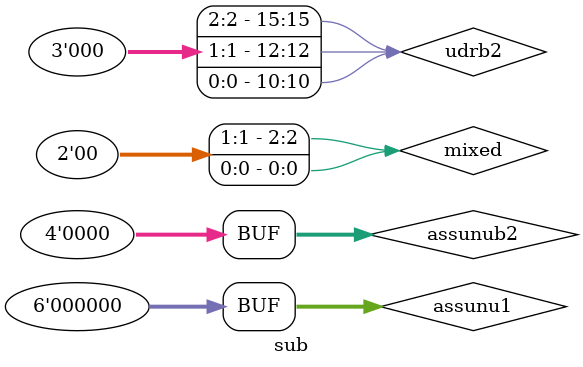
<source format=v>

module t (/*AUTOARG*/
   // Outputs
   out,
   // Inputs
   in
   );

   input in;  // inputs don't get flagged as undriven
   output out;  // outputs don't get flagged as unused

   wire  out = in;

   sub sub ();

endmodule

module sub;

   wire pub /*verilator public*/;   // Ignore publics

   wire [5:0] assunu1 = 0;  // Assigned but unused

   wire [3:0] assunub2 = 0;  // Assigned but bit 2 unused

   wire [15:10] udrb2;  // [14:13,11] is undriven
   assign udrb2[15] = 0;
   assign udrb2[12] = 0;
   assign udrb2[10] = 0;
   
   wire       unu3;  // Totally unused

   wire [3:0] mixed;  // [3] unused & undr, [2] unused, [1] undr, [0] ok
   assign mixed[2] = 0;
   assign mixed[0] = 0;

   localparam THREE = 3;

   initial begin
      if (0 && assunu1[0] != 0 && udrb2 != 0) begin end
      if (0 && assunub2[THREE] && assunub2[1:0]!=0) begin end
      if (0 && mixed[1:0] != 0) begin end
   end
endmodule

</source>
